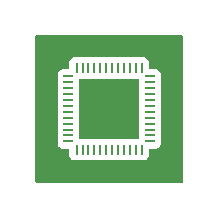
<source format=gtl>
G04 #@! TF.GenerationSoftware,KiCad,Pcbnew,8.0.4*
G04 #@! TF.CreationDate,2024-09-30T00:25:36-04:00*
G04 #@! TF.ProjectId,AK_test,414b5f74-6573-4742-9e6b-696361645f70,rev?*
G04 #@! TF.SameCoordinates,Original*
G04 #@! TF.FileFunction,Copper,L1,Top*
G04 #@! TF.FilePolarity,Positive*
%FSLAX46Y46*%
G04 Gerber Fmt 4.6, Leading zero omitted, Abs format (unit mm)*
G04 Created by KiCad (PCBNEW 8.0.4) date 2024-09-30 00:25:36*
%MOMM*%
%LPD*%
G01*
G04 APERTURE LIST*
G04 #@! TA.AperFunction,SMDPad,CuDef*
%ADD10R,0.812800X0.254000*%
G04 #@! TD*
G04 #@! TA.AperFunction,SMDPad,CuDef*
%ADD11R,0.254000X0.812800*%
G04 #@! TD*
G04 #@! TA.AperFunction,SMDPad,CuDef*
%ADD12R,5.105400X5.105400*%
G04 #@! TD*
G04 APERTURE END LIST*
D10*
X117045600Y-64999307D03*
X117045600Y-65499433D03*
X117045600Y-65999559D03*
X117045600Y-66499685D03*
X117045600Y-66999811D03*
X117045600Y-67499937D03*
X117045600Y-68000063D03*
X117045600Y-68500189D03*
X117045600Y-69000315D03*
X117045600Y-69500441D03*
X117045600Y-70000567D03*
X117045600Y-70500693D03*
D11*
X117749307Y-71204400D03*
X118249433Y-71204400D03*
X118749559Y-71204400D03*
X119249685Y-71204400D03*
X119749811Y-71204400D03*
X120249937Y-71204400D03*
X120750063Y-71204400D03*
X121250189Y-71204400D03*
X121750315Y-71204400D03*
X122250441Y-71204400D03*
X122750567Y-71204400D03*
X123250693Y-71204400D03*
D10*
X123954400Y-70500693D03*
X123954400Y-70000567D03*
X123954400Y-69500441D03*
X123954400Y-69000315D03*
X123954400Y-68500189D03*
X123954400Y-68000063D03*
X123954400Y-67499937D03*
X123954400Y-66999811D03*
X123954400Y-66499685D03*
X123954400Y-65999559D03*
X123954400Y-65499433D03*
X123954400Y-64999307D03*
D11*
X123250693Y-64295600D03*
X122750567Y-64295600D03*
X122250441Y-64295600D03*
X121750315Y-64295600D03*
X121250189Y-64295600D03*
X120750063Y-64295600D03*
X120249937Y-64295600D03*
X119749811Y-64295600D03*
X119249685Y-64295600D03*
X118749559Y-64295600D03*
X118249433Y-64295600D03*
X117749307Y-64295600D03*
D12*
X120500000Y-67750000D03*
G04 #@! TA.AperFunction,NonConductor*
G36*
X126692539Y-61520185D02*
G01*
X126738294Y-61572989D01*
X126749500Y-61624500D01*
X126749500Y-73875500D01*
X126729815Y-73942539D01*
X126677011Y-73988294D01*
X126625500Y-73999500D01*
X114374500Y-73999500D01*
X114307461Y-73979815D01*
X114261706Y-73927011D01*
X114250500Y-73875500D01*
X114250500Y-64824434D01*
X116138700Y-64824434D01*
X116138700Y-64824441D01*
X116138700Y-64824442D01*
X116138700Y-65174176D01*
X116138701Y-65174183D01*
X116145359Y-65236120D01*
X116145359Y-65262627D01*
X116145109Y-65264949D01*
X116145109Y-65264950D01*
X116138700Y-65324560D01*
X116138700Y-65324563D01*
X116138700Y-65324566D01*
X116138700Y-65674302D01*
X116138701Y-65674309D01*
X116145359Y-65736246D01*
X116145359Y-65762753D01*
X116145109Y-65765075D01*
X116145109Y-65765076D01*
X116138700Y-65824686D01*
X116138700Y-65824689D01*
X116138700Y-65824692D01*
X116138700Y-66174428D01*
X116138701Y-66174435D01*
X116145359Y-66236372D01*
X116145359Y-66262879D01*
X116145109Y-66265201D01*
X116145109Y-66265202D01*
X116138700Y-66324812D01*
X116138700Y-66324815D01*
X116138700Y-66324818D01*
X116138700Y-66674554D01*
X116138701Y-66674561D01*
X116145359Y-66736498D01*
X116145359Y-66763005D01*
X116145109Y-66765327D01*
X116145109Y-66765328D01*
X116138700Y-66824938D01*
X116138700Y-66824941D01*
X116138700Y-66824944D01*
X116138700Y-67174680D01*
X116138701Y-67174687D01*
X116145359Y-67236624D01*
X116145359Y-67263131D01*
X116145109Y-67265453D01*
X116145109Y-67265454D01*
X116138700Y-67325064D01*
X116138700Y-67325067D01*
X116138700Y-67325070D01*
X116138700Y-67674806D01*
X116138701Y-67674813D01*
X116145359Y-67736750D01*
X116145359Y-67763257D01*
X116145109Y-67765579D01*
X116145109Y-67765580D01*
X116138700Y-67825190D01*
X116138700Y-67825193D01*
X116138700Y-67825196D01*
X116138700Y-68174932D01*
X116138701Y-68174939D01*
X116145359Y-68236876D01*
X116145359Y-68263383D01*
X116145109Y-68265705D01*
X116145109Y-68265706D01*
X116138700Y-68325316D01*
X116138700Y-68325319D01*
X116138700Y-68325322D01*
X116138700Y-68675058D01*
X116138701Y-68675065D01*
X116145359Y-68737002D01*
X116145359Y-68763509D01*
X116145109Y-68765831D01*
X116145109Y-68765832D01*
X116138700Y-68825442D01*
X116138700Y-68825445D01*
X116138700Y-68825448D01*
X116138700Y-69175184D01*
X116138701Y-69175191D01*
X116145359Y-69237128D01*
X116145359Y-69263635D01*
X116145109Y-69265957D01*
X116145109Y-69265958D01*
X116138700Y-69325568D01*
X116138700Y-69325571D01*
X116138700Y-69325574D01*
X116138700Y-69675310D01*
X116138701Y-69675317D01*
X116145359Y-69737254D01*
X116145359Y-69763761D01*
X116145109Y-69766083D01*
X116145109Y-69766084D01*
X116138700Y-69825694D01*
X116138700Y-69825697D01*
X116138700Y-69825700D01*
X116138700Y-70175436D01*
X116138701Y-70175443D01*
X116145359Y-70237380D01*
X116145359Y-70263887D01*
X116145109Y-70266209D01*
X116145109Y-70266210D01*
X116138700Y-70325820D01*
X116138700Y-70325823D01*
X116138700Y-70325826D01*
X116138700Y-70675562D01*
X116138701Y-70675569D01*
X116145108Y-70735176D01*
X116195402Y-70870021D01*
X116195406Y-70870028D01*
X116281652Y-70985237D01*
X116281655Y-70985240D01*
X116396864Y-71071486D01*
X116396871Y-71071490D01*
X116441818Y-71088254D01*
X116531717Y-71121784D01*
X116591327Y-71128193D01*
X116997807Y-71128192D01*
X117064846Y-71147876D01*
X117110601Y-71200680D01*
X117121807Y-71252192D01*
X117121807Y-71658670D01*
X117121808Y-71658676D01*
X117128215Y-71718283D01*
X117178509Y-71853128D01*
X117178513Y-71853135D01*
X117264759Y-71968344D01*
X117264762Y-71968347D01*
X117379971Y-72054593D01*
X117379978Y-72054597D01*
X117424925Y-72071361D01*
X117514824Y-72104891D01*
X117574434Y-72111300D01*
X117924179Y-72111299D01*
X117983790Y-72104891D01*
X117983792Y-72104889D01*
X117986118Y-72104640D01*
X118012629Y-72104641D01*
X118014948Y-72104890D01*
X118014950Y-72104891D01*
X118074560Y-72111300D01*
X118424305Y-72111299D01*
X118483916Y-72104891D01*
X118483918Y-72104889D01*
X118486244Y-72104640D01*
X118512755Y-72104641D01*
X118515074Y-72104890D01*
X118515076Y-72104891D01*
X118574686Y-72111300D01*
X118924431Y-72111299D01*
X118984042Y-72104891D01*
X118984044Y-72104889D01*
X118986370Y-72104640D01*
X119012881Y-72104641D01*
X119015200Y-72104890D01*
X119015202Y-72104891D01*
X119074812Y-72111300D01*
X119424557Y-72111299D01*
X119484168Y-72104891D01*
X119484170Y-72104889D01*
X119486496Y-72104640D01*
X119513007Y-72104641D01*
X119515326Y-72104890D01*
X119515328Y-72104891D01*
X119574938Y-72111300D01*
X119924683Y-72111299D01*
X119984294Y-72104891D01*
X119984296Y-72104889D01*
X119986622Y-72104640D01*
X120013133Y-72104641D01*
X120015452Y-72104890D01*
X120015454Y-72104891D01*
X120075064Y-72111300D01*
X120424809Y-72111299D01*
X120484420Y-72104891D01*
X120484422Y-72104889D01*
X120486748Y-72104640D01*
X120513259Y-72104641D01*
X120515578Y-72104890D01*
X120515580Y-72104891D01*
X120575190Y-72111300D01*
X120924935Y-72111299D01*
X120984546Y-72104891D01*
X120984548Y-72104889D01*
X120986874Y-72104640D01*
X121013385Y-72104641D01*
X121015704Y-72104890D01*
X121015706Y-72104891D01*
X121075316Y-72111300D01*
X121425061Y-72111299D01*
X121484672Y-72104891D01*
X121484674Y-72104889D01*
X121487000Y-72104640D01*
X121513511Y-72104641D01*
X121515830Y-72104890D01*
X121515832Y-72104891D01*
X121575442Y-72111300D01*
X121925187Y-72111299D01*
X121984798Y-72104891D01*
X121984800Y-72104889D01*
X121987126Y-72104640D01*
X122013637Y-72104641D01*
X122015956Y-72104890D01*
X122015958Y-72104891D01*
X122075568Y-72111300D01*
X122425313Y-72111299D01*
X122484924Y-72104891D01*
X122484926Y-72104889D01*
X122487252Y-72104640D01*
X122513763Y-72104641D01*
X122516082Y-72104890D01*
X122516084Y-72104891D01*
X122575694Y-72111300D01*
X122925439Y-72111299D01*
X122985050Y-72104891D01*
X122985052Y-72104889D01*
X122987378Y-72104640D01*
X123013889Y-72104641D01*
X123016208Y-72104890D01*
X123016210Y-72104891D01*
X123075820Y-72111300D01*
X123425565Y-72111299D01*
X123485176Y-72104891D01*
X123620024Y-72054596D01*
X123735239Y-71968346D01*
X123821489Y-71853131D01*
X123871784Y-71718283D01*
X123878193Y-71658673D01*
X123878192Y-71252191D01*
X123897876Y-71185153D01*
X123950680Y-71139398D01*
X124002192Y-71128192D01*
X124408671Y-71128192D01*
X124408672Y-71128192D01*
X124468283Y-71121784D01*
X124603131Y-71071489D01*
X124718346Y-70985239D01*
X124804596Y-70870024D01*
X124854891Y-70735176D01*
X124861300Y-70675566D01*
X124861299Y-70325821D01*
X124854891Y-70266210D01*
X124854890Y-70266207D01*
X124854640Y-70263880D01*
X124854641Y-70237370D01*
X124854890Y-70235052D01*
X124854891Y-70235050D01*
X124861300Y-70175440D01*
X124861299Y-69825695D01*
X124854891Y-69766084D01*
X124854890Y-69766081D01*
X124854640Y-69763754D01*
X124854641Y-69737244D01*
X124854890Y-69734926D01*
X124854891Y-69734924D01*
X124861300Y-69675314D01*
X124861299Y-69325569D01*
X124854891Y-69265958D01*
X124854890Y-69265955D01*
X124854640Y-69263628D01*
X124854641Y-69237118D01*
X124854890Y-69234800D01*
X124854891Y-69234798D01*
X124861300Y-69175188D01*
X124861299Y-68825443D01*
X124854891Y-68765832D01*
X124854890Y-68765829D01*
X124854640Y-68763502D01*
X124854641Y-68736992D01*
X124854890Y-68734674D01*
X124854891Y-68734672D01*
X124861300Y-68675062D01*
X124861299Y-68325317D01*
X124854891Y-68265706D01*
X124854890Y-68265703D01*
X124854640Y-68263376D01*
X124854641Y-68236866D01*
X124854890Y-68234548D01*
X124854891Y-68234546D01*
X124861300Y-68174936D01*
X124861299Y-67825191D01*
X124854891Y-67765580D01*
X124854890Y-67765577D01*
X124854640Y-67763250D01*
X124854641Y-67736740D01*
X124854890Y-67734422D01*
X124854891Y-67734420D01*
X124861300Y-67674810D01*
X124861299Y-67325065D01*
X124854891Y-67265454D01*
X124854890Y-67265451D01*
X124854640Y-67263124D01*
X124854641Y-67236614D01*
X124854890Y-67234296D01*
X124854891Y-67234294D01*
X124861300Y-67174684D01*
X124861299Y-66824939D01*
X124854891Y-66765328D01*
X124854890Y-66765325D01*
X124854640Y-66762998D01*
X124854641Y-66736488D01*
X124854890Y-66734170D01*
X124854891Y-66734168D01*
X124861300Y-66674558D01*
X124861299Y-66324813D01*
X124854891Y-66265202D01*
X124854890Y-66265199D01*
X124854640Y-66262872D01*
X124854641Y-66236362D01*
X124854890Y-66234044D01*
X124854891Y-66234042D01*
X124861300Y-66174432D01*
X124861299Y-65824687D01*
X124854891Y-65765076D01*
X124854890Y-65765073D01*
X124854640Y-65762746D01*
X124854641Y-65736236D01*
X124854890Y-65733918D01*
X124854891Y-65733916D01*
X124861300Y-65674306D01*
X124861299Y-65324561D01*
X124854891Y-65264950D01*
X124854890Y-65264947D01*
X124854640Y-65262620D01*
X124854641Y-65236110D01*
X124854890Y-65233792D01*
X124854891Y-65233790D01*
X124861300Y-65174180D01*
X124861299Y-64824435D01*
X124854891Y-64764824D01*
X124804596Y-64629976D01*
X124804595Y-64629975D01*
X124804593Y-64629971D01*
X124718347Y-64514762D01*
X124718344Y-64514759D01*
X124603135Y-64428513D01*
X124603128Y-64428509D01*
X124468282Y-64378215D01*
X124468283Y-64378215D01*
X124408683Y-64371808D01*
X124408681Y-64371807D01*
X124408673Y-64371807D01*
X124408665Y-64371807D01*
X124002192Y-64371807D01*
X123935153Y-64352122D01*
X123889398Y-64299318D01*
X123878192Y-64247807D01*
X123878192Y-63841329D01*
X123878191Y-63841323D01*
X123878190Y-63841316D01*
X123871784Y-63781717D01*
X123821489Y-63646869D01*
X123821488Y-63646868D01*
X123821486Y-63646864D01*
X123735240Y-63531655D01*
X123735237Y-63531652D01*
X123620028Y-63445406D01*
X123620021Y-63445402D01*
X123485179Y-63395110D01*
X123485178Y-63395109D01*
X123485176Y-63395109D01*
X123425566Y-63388700D01*
X123425556Y-63388700D01*
X123075823Y-63388700D01*
X123075813Y-63388701D01*
X123013878Y-63395359D01*
X122987372Y-63395359D01*
X122985051Y-63395109D01*
X122985050Y-63395109D01*
X122925440Y-63388700D01*
X122925431Y-63388700D01*
X122575697Y-63388700D01*
X122575687Y-63388701D01*
X122513752Y-63395359D01*
X122487246Y-63395359D01*
X122484925Y-63395109D01*
X122484924Y-63395109D01*
X122425314Y-63388700D01*
X122425305Y-63388700D01*
X122075571Y-63388700D01*
X122075561Y-63388701D01*
X122013626Y-63395359D01*
X121987120Y-63395359D01*
X121984799Y-63395109D01*
X121984798Y-63395109D01*
X121925188Y-63388700D01*
X121925179Y-63388700D01*
X121575445Y-63388700D01*
X121575435Y-63388701D01*
X121513500Y-63395359D01*
X121486994Y-63395359D01*
X121484673Y-63395109D01*
X121484672Y-63395109D01*
X121425062Y-63388700D01*
X121425053Y-63388700D01*
X121075319Y-63388700D01*
X121075309Y-63388701D01*
X121013374Y-63395359D01*
X120986868Y-63395359D01*
X120984547Y-63395109D01*
X120984546Y-63395109D01*
X120924936Y-63388700D01*
X120924927Y-63388700D01*
X120575193Y-63388700D01*
X120575183Y-63388701D01*
X120513248Y-63395359D01*
X120486742Y-63395359D01*
X120484421Y-63395109D01*
X120484420Y-63395109D01*
X120424810Y-63388700D01*
X120424801Y-63388700D01*
X120075067Y-63388700D01*
X120075057Y-63388701D01*
X120013122Y-63395359D01*
X119986616Y-63395359D01*
X119984295Y-63395109D01*
X119984294Y-63395109D01*
X119924684Y-63388700D01*
X119924675Y-63388700D01*
X119574941Y-63388700D01*
X119574931Y-63388701D01*
X119512996Y-63395359D01*
X119486490Y-63395359D01*
X119484169Y-63395109D01*
X119484168Y-63395109D01*
X119424558Y-63388700D01*
X119424549Y-63388700D01*
X119074815Y-63388700D01*
X119074805Y-63388701D01*
X119012870Y-63395359D01*
X118986364Y-63395359D01*
X118984043Y-63395109D01*
X118984042Y-63395109D01*
X118924432Y-63388700D01*
X118924423Y-63388700D01*
X118574689Y-63388700D01*
X118574679Y-63388701D01*
X118512744Y-63395359D01*
X118486238Y-63395359D01*
X118483917Y-63395109D01*
X118483916Y-63395109D01*
X118424306Y-63388700D01*
X118424297Y-63388700D01*
X118074563Y-63388700D01*
X118074553Y-63388701D01*
X118012618Y-63395359D01*
X117986112Y-63395359D01*
X117983791Y-63395109D01*
X117983790Y-63395109D01*
X117924180Y-63388700D01*
X117924171Y-63388700D01*
X117574437Y-63388700D01*
X117574430Y-63388701D01*
X117514823Y-63395108D01*
X117379978Y-63445402D01*
X117379971Y-63445406D01*
X117264762Y-63531652D01*
X117264759Y-63531655D01*
X117178513Y-63646864D01*
X117178509Y-63646871D01*
X117128215Y-63781717D01*
X117121808Y-63841316D01*
X117121808Y-63841323D01*
X117121807Y-63841335D01*
X117121807Y-64247807D01*
X117102122Y-64314846D01*
X117049318Y-64360601D01*
X116997807Y-64371807D01*
X116591329Y-64371807D01*
X116591323Y-64371808D01*
X116531716Y-64378215D01*
X116396871Y-64428509D01*
X116396864Y-64428513D01*
X116281655Y-64514759D01*
X116281652Y-64514762D01*
X116195406Y-64629971D01*
X116195402Y-64629978D01*
X116145110Y-64764820D01*
X116145109Y-64764824D01*
X116138700Y-64824434D01*
X114250500Y-64824434D01*
X114250500Y-61624500D01*
X114270185Y-61557461D01*
X114322989Y-61511706D01*
X114374500Y-61500500D01*
X126625500Y-61500500D01*
X126692539Y-61520185D01*
G37*
G04 #@! TD.AperFunction*
M02*

</source>
